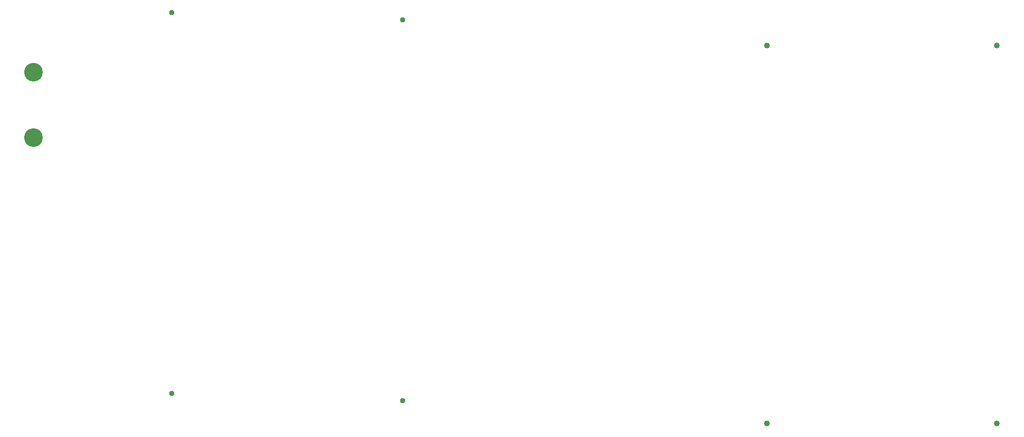
<source format=gbr>
%TF.GenerationSoftware,KiCad,Pcbnew,8.0.5*%
%TF.CreationDate,2025-04-11T15:10:19-05:00*%
%TF.ProjectId,PSEC5_Ctrl_Board,50534543-355f-4437-9472-6c5f426f6172,rev?*%
%TF.SameCoordinates,Original*%
%TF.FileFunction,NonPlated,1,10,NPTH,Drill*%
%TF.FilePolarity,Positive*%
%FSLAX46Y46*%
G04 Gerber Fmt 4.6, Leading zero omitted, Abs format (unit mm)*
G04 Created by KiCad (PCBNEW 8.0.5) date 2025-04-11 15:10:19*
%MOMM*%
%LPD*%
G01*
G04 APERTURE LIST*
%TA.AperFunction,ComponentDrill*%
%ADD10C,0.950000*%
%TD*%
%TA.AperFunction,ComponentDrill*%
%ADD11C,1.020000*%
%TD*%
%TA.AperFunction,ComponentDrill*%
%ADD12C,3.250000*%
%TD*%
G04 APERTURE END LIST*
D10*
%TO.C,J10*%
X102108000Y-57404000D03*
%TO.C,J5*%
X102108000Y-123924000D03*
%TO.C,J10*%
X142378000Y-58674000D03*
%TO.C,J5*%
X142378000Y-125194000D03*
D11*
%TO.C,J2*%
X205957000Y-63122000D03*
%TO.C,J4*%
X205957000Y-129202000D03*
%TO.C,J2*%
X246093000Y-63122000D03*
%TO.C,J4*%
X246093000Y-129202000D03*
D12*
%TO.C,T1*%
X77978000Y-67818000D03*
X77978000Y-79248000D03*
M02*

</source>
